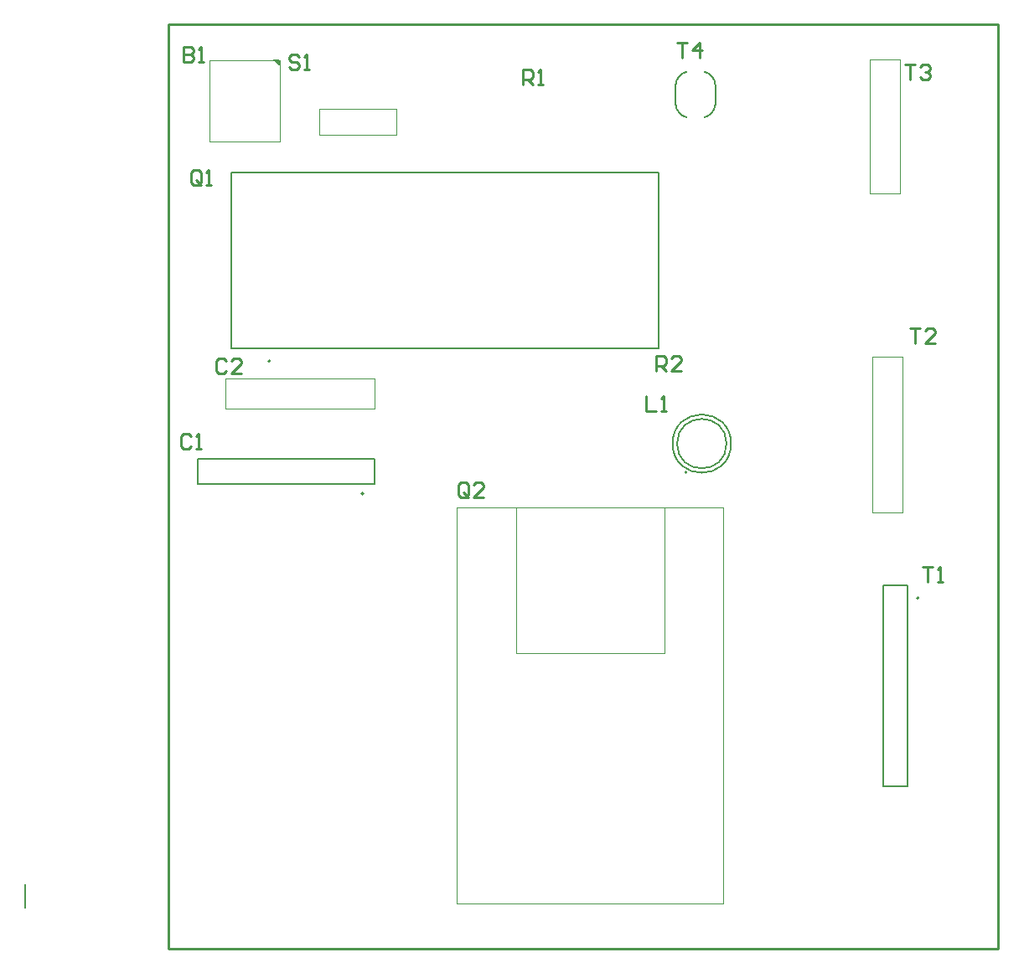
<source format=gto>
G04*
G04 #@! TF.GenerationSoftware,Altium Limited,Altium Designer,23.0.1 (38)*
G04*
G04 Layer_Color=65535*
%FSLAX44Y44*%
%MOMM*%
G71*
G04*
G04 #@! TF.SameCoordinates,818DB00E-17B0-4730-80CA-65758AE2E887*
G04*
G04*
G04 #@! TF.FilePolarity,Positive*
G04*
G01*
G75*
%ADD10C,0.2000*%
%ADD11C,0.2032*%
%ADD12C,0.0000*%
%ADD13C,0.1270*%
%ADD14C,0.1000*%
%ADD15C,0.2540*%
G36*
X365520Y1175033D02*
X359793Y1180760D01*
X365140D01*
X366475Y1179425D01*
Y1175630D01*
X365520Y1175033D01*
D02*
G37*
D10*
X1011660Y636270D02*
G03*
X1011660Y636270I-1000J0D01*
G01*
X356400Y875900D02*
G03*
X356400Y875900I-1000J0D01*
G01*
X450580Y741940D02*
G03*
X450580Y741940I-1000J0D01*
G01*
D11*
X766131Y1135459D02*
G03*
X777244Y1122447I14349J1003D01*
G01*
X806129Y1155489D02*
G03*
X795016Y1168501I-14349J-1003D01*
G01*
X777244Y1168501D02*
G03*
X766131Y1155490I3235J-14014D01*
G01*
X795016Y1122447D02*
G03*
X806129Y1135458I-3235J14014D01*
G01*
X766130Y1135474D02*
Y1155474D01*
X806130Y1135474D02*
Y1155474D01*
D12*
X777750Y763480D02*
G03*
X777750Y763480I-1270J0D01*
G01*
D13*
X817480Y792480D02*
G03*
X817480Y792480I-25000J0D01*
G01*
X821980D02*
G03*
X821980Y792480I-29500J0D01*
G01*
X975460Y445770D02*
Y648970D01*
Y445770D02*
X1000660D01*
Y648970D01*
X975460D02*
X1000660D01*
X317500Y889000D02*
Y1066800D01*
X749300D01*
Y889000D02*
Y1066800D01*
X317500Y889000D02*
X749300D01*
X283210Y751940D02*
X462280D01*
X283210Y777140D02*
X462280D01*
X283210Y751940D02*
Y777140D01*
X462280Y751940D02*
Y777140D01*
X108680Y323580D02*
Y346980D01*
D14*
X967740Y722630D02*
X995680D01*
Y880110D01*
X965200D02*
X995680D01*
X965200Y722630D02*
Y880110D01*
Y722630D02*
X967740D01*
X962660Y1045210D02*
X965200D01*
X962660D02*
Y1181100D01*
X993140D01*
Y1045210D02*
Y1181100D01*
X965200Y1045210D02*
X993140D01*
X311150Y828040D02*
Y852170D01*
Y828040D02*
X462280D01*
Y858520D01*
X311150D02*
X462280D01*
X311150Y852170D02*
Y858520D01*
X406100Y1104850D02*
X483600D01*
Y1130600D01*
X405850D02*
X483600D01*
X405850Y1105100D02*
Y1130600D01*
Y1105100D02*
X406100Y1104850D01*
X365950Y1097700D02*
Y1179950D01*
X294950Y1097700D02*
X365950D01*
X294950D02*
Y1180450D01*
X365450D01*
X544450Y327790D02*
X814450D01*
Y727790D01*
X544450D02*
X814450D01*
X544450Y327790D02*
Y727790D01*
X605150Y580390D02*
Y727790D01*
X755150Y580390D02*
Y727790D01*
X605150Y580390D02*
X755150D01*
D15*
X254000Y281940D02*
X1092200D01*
X1092200D02*
X1092200Y1216660D01*
X254000D02*
X1092200D01*
X254000D02*
X254000Y281940D01*
X1003304Y909317D02*
X1013461D01*
X1008382D01*
Y894082D01*
X1028696D02*
X1018539D01*
X1028696Y904239D01*
Y906778D01*
X1026157Y909317D01*
X1021078D01*
X1018539Y906778D01*
X1016003Y668018D02*
X1026160D01*
X1021082D01*
Y652783D01*
X1031238D02*
X1036317D01*
X1033778D01*
Y668018D01*
X1031238Y665478D01*
X556765Y740409D02*
Y750566D01*
X554226Y753105D01*
X549147D01*
X546608Y750566D01*
Y740409D01*
X549147Y737870D01*
X554226D01*
X551686Y742948D02*
X556765Y737870D01*
X554226D02*
X556765Y740409D01*
X572000Y737870D02*
X561843D01*
X572000Y748027D01*
Y750566D01*
X569461Y753105D01*
X564382D01*
X561843Y750566D01*
X312421Y876298D02*
X309882Y878838D01*
X304803D01*
X302264Y876298D01*
Y866142D01*
X304803Y863603D01*
X309882D01*
X312421Y866142D01*
X327656Y863603D02*
X317499D01*
X327656Y873759D01*
Y876298D01*
X325117Y878838D01*
X320038D01*
X317499Y876298D01*
X276860Y800098D02*
X274321Y802637D01*
X269242D01*
X266703Y800098D01*
Y789942D01*
X269242Y787402D01*
X274321D01*
X276860Y789942D01*
X281938Y787402D02*
X287017D01*
X284478D01*
Y802637D01*
X281938Y800098D01*
X612143Y1155703D02*
Y1170938D01*
X619761D01*
X622300Y1168398D01*
Y1163320D01*
X619761Y1160781D01*
X612143D01*
X617222D02*
X622300Y1155703D01*
X627378D02*
X632457D01*
X629918D01*
Y1170938D01*
X627378Y1168398D01*
X746764Y866143D02*
Y881377D01*
X754382D01*
X756921Y878838D01*
Y873760D01*
X754382Y871221D01*
X746764D01*
X751842D02*
X756921Y866143D01*
X772156D02*
X761999D01*
X772156Y876299D01*
Y878838D01*
X769617Y881377D01*
X764538D01*
X761999Y878838D01*
X736603Y840738D02*
Y825502D01*
X746760D01*
X751838D02*
X756917D01*
X754378D01*
Y840738D01*
X751838Y838198D01*
X767588Y1197605D02*
X777745D01*
X772666D01*
Y1182370D01*
X790441D02*
Y1197605D01*
X782823Y1189987D01*
X792980D01*
X998224Y1176018D02*
X1008381D01*
X1003303D01*
Y1160782D01*
X1013459Y1173478D02*
X1015998Y1176018D01*
X1021077D01*
X1023616Y1173478D01*
Y1170939D01*
X1021077Y1168400D01*
X1018538D01*
X1021077D01*
X1023616Y1165861D01*
Y1163322D01*
X1021077Y1160782D01*
X1015998D01*
X1013459Y1163322D01*
X386080Y1183638D02*
X383541Y1186178D01*
X378462D01*
X375923Y1183638D01*
Y1181099D01*
X378462Y1178560D01*
X383541D01*
X386080Y1176021D01*
Y1173482D01*
X383541Y1170943D01*
X378462D01*
X375923Y1173482D01*
X391158Y1170943D02*
X396237D01*
X393698D01*
Y1186178D01*
X391158Y1183638D01*
X287020Y1056642D02*
Y1066798D01*
X284481Y1069337D01*
X279403D01*
X276863Y1066798D01*
Y1056642D01*
X279403Y1054102D01*
X284481D01*
X281942Y1059181D02*
X287020Y1054102D01*
X284481D02*
X287020Y1056642D01*
X292098Y1054102D02*
X297177D01*
X294638D01*
Y1069337D01*
X292098Y1066798D01*
X269243Y1193798D02*
Y1178562D01*
X276861D01*
X279400Y1181102D01*
Y1183641D01*
X276861Y1186180D01*
X269243D01*
X276861D01*
X279400Y1188719D01*
Y1191258D01*
X276861Y1193798D01*
X269243D01*
X284478Y1178562D02*
X289557D01*
X287018D01*
Y1193798D01*
X284478Y1191258D01*
M02*

</source>
